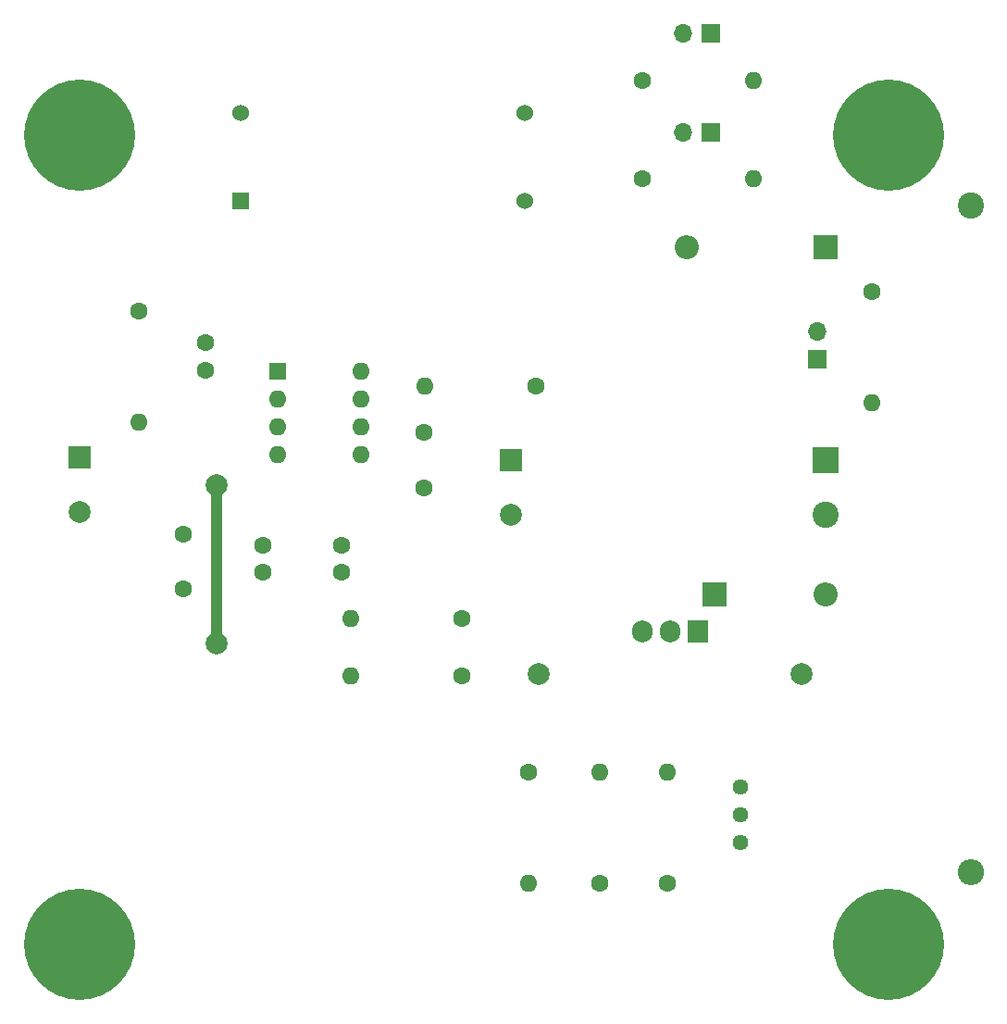
<source format=gbr>
G04 #@! TF.GenerationSoftware,KiCad,Pcbnew,(5.1.2)-1*
G04 #@! TF.CreationDate,2019-06-18T22:03:49-03:00*
G04 #@! TF.ProjectId,Boost,426f6f73-742e-46b6-9963-61645f706362,rev?*
G04 #@! TF.SameCoordinates,Original*
G04 #@! TF.FileFunction,Copper,L1,Top*
G04 #@! TF.FilePolarity,Positive*
%FSLAX46Y46*%
G04 Gerber Fmt 4.6, Leading zero omitted, Abs format (unit mm)*
G04 Created by KiCad (PCBNEW (5.1.2)-1) date 2019-06-18 22:03:50*
%MOMM*%
%LPD*%
G04 APERTURE LIST*
%ADD10C,1.524000*%
%ADD11R,1.524000X1.524000*%
%ADD12C,10.160000*%
%ADD13C,2.000000*%
%ADD14R,2.000000X2.000000*%
%ADD15C,1.600000*%
%ADD16C,2.400000*%
%ADD17R,2.400000X2.400000*%
%ADD18O,1.600000X1.600000*%
%ADD19O,2.400000X2.400000*%
%ADD20O,1.700000X1.700000*%
%ADD21R,1.700000X1.700000*%
%ADD22O,2.200000X2.200000*%
%ADD23R,2.200000X2.200000*%
%ADD24C,1.440000*%
%ADD25O,1.905000X2.000000*%
%ADD26R,1.905000X2.000000*%
%ADD27R,1.600000X1.600000*%
%ADD28C,1.000000*%
G04 APERTURE END LIST*
D10*
X153750000Y-41000000D03*
X127750000Y-41000000D03*
X153750000Y-49000000D03*
D11*
X127750000Y-49000000D03*
D12*
X187000000Y-43000000D03*
X113000000Y-43000000D03*
X187000000Y-117000000D03*
X113000000Y-117000000D03*
D13*
X113000000Y-77500000D03*
D14*
X113000000Y-72500000D03*
D15*
X122500000Y-84500000D03*
X122500000Y-79500000D03*
D13*
X152500000Y-77750000D03*
D14*
X152500000Y-72750000D03*
D16*
X181250000Y-77750000D03*
D17*
X181250000Y-72750000D03*
D18*
X174660000Y-38000000D03*
D15*
X164500000Y-38000000D03*
D18*
X174660000Y-47000000D03*
D15*
X164500000Y-47000000D03*
D18*
X185500000Y-67500000D03*
D15*
X185500000Y-57340000D03*
D18*
X154061280Y-111459900D03*
D15*
X154061280Y-101299900D03*
D18*
X137840000Y-87250000D03*
D15*
X148000000Y-87250000D03*
D19*
X194500000Y-110460000D03*
D16*
X194500000Y-49500000D03*
D18*
X144590000Y-66000000D03*
D15*
X154750000Y-66000000D03*
D18*
X118434480Y-69284300D03*
D15*
X118434480Y-59124300D03*
D18*
X160586540Y-101289740D03*
D15*
X160586540Y-111449740D03*
D18*
X166733340Y-101289740D03*
D15*
X166733340Y-111449740D03*
D18*
X137840000Y-92500000D03*
D15*
X148000000Y-92500000D03*
D20*
X180500000Y-60960000D03*
D21*
X180500000Y-63500000D03*
D20*
X168210000Y-33750000D03*
D21*
X170750000Y-33750000D03*
D20*
X168210000Y-42750000D03*
D21*
X170750000Y-42750000D03*
D22*
X168550000Y-53250000D03*
D23*
X181250000Y-53250000D03*
D15*
X144500000Y-75250000D03*
X144500000Y-70250000D03*
X137000000Y-80500000D03*
X137000000Y-83000000D03*
D24*
X173441480Y-107726100D03*
X173441480Y-105186100D03*
X173441480Y-102646100D03*
D25*
X164486080Y-88377900D03*
X167026080Y-88377900D03*
D26*
X169566080Y-88377900D03*
D22*
X181250000Y-85000000D03*
D23*
X171090000Y-85000000D03*
D15*
X124500000Y-64500000D03*
X124500000Y-62000000D03*
X129750000Y-83000000D03*
X129750000Y-80500000D03*
D18*
X138770480Y-64649700D03*
X131150480Y-72269700D03*
X138770480Y-67189700D03*
X131150480Y-69729700D03*
X138770480Y-69729700D03*
X131150480Y-67189700D03*
X138770480Y-72269700D03*
D27*
X131150480Y-64649700D03*
D13*
X179025000Y-92275000D03*
X155025000Y-92275000D03*
X125499996Y-89500000D03*
X125500004Y-75000000D03*
D28*
X125499996Y-89500000D02*
X125499996Y-75000008D01*
X125499996Y-75000008D02*
X125500004Y-75000000D01*
M02*

</source>
